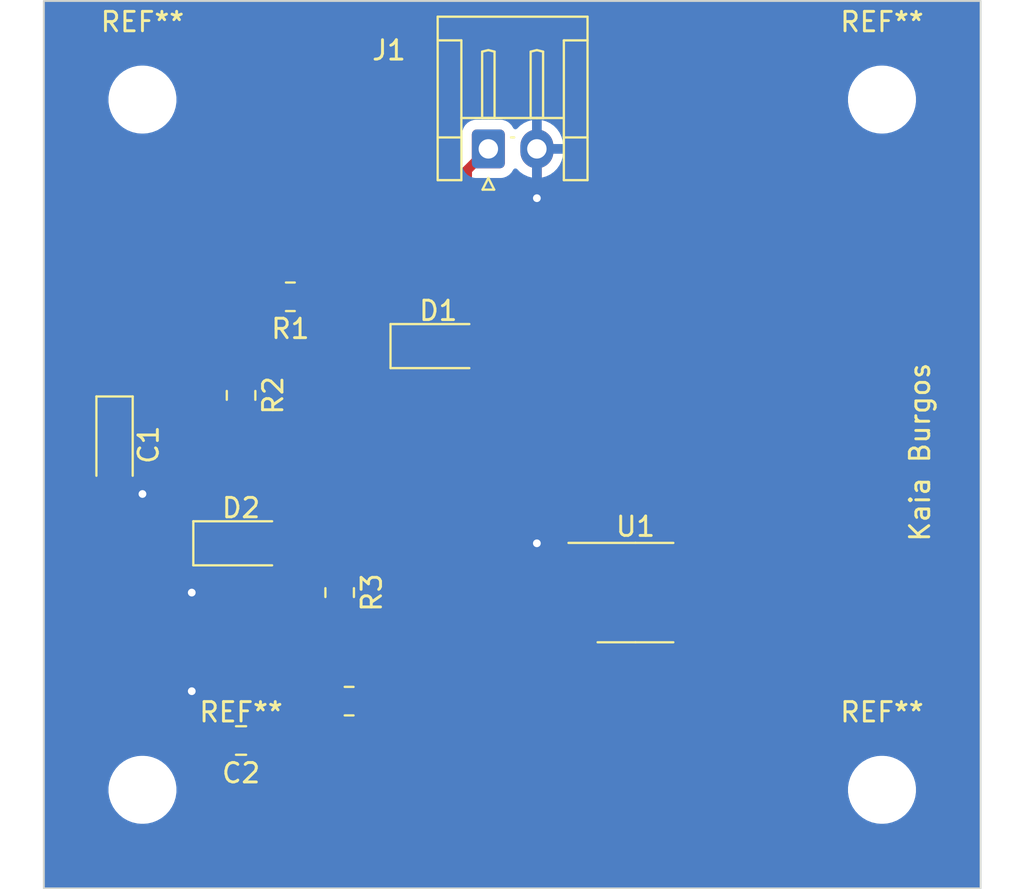
<source format=kicad_pcb>
(kicad_pcb (version 20221018) (generator pcbnew)
  (layers (0 "F.Cu" signal) (31 "B.Cu" signal) (34 "B.Paste" user) (35 "F.Paste" user) (36 "B.SilkS" user "B.Silkscreen") (37 "F.SilkS" user "F.Silkscreen") (38 "B.Mask" user) (39 "F.Mask" user) (44 "Edge.Cuts" user))
  (net 0 "")
  (net 1 "GND")
  (net 2 "/pin_2")
  (net 3 "/pin_3")
  (net 4 "+9V")
  (net 5 "Net-(U1-CV)")
  (net 6 "/pin_7")
  (net 7 "Net-(D1-K)")
  (net 8 "Net-(D2-A)")
  (footprint "Resistor_SMD:R_0805_2012Metric_Pad1.20x1.40mm_HandSolder" (layer "F.Cu") (at 86.8475 102.1125 180)
    (fp_text reference "R4" hide)
    (fp_text value "1k" hide)
    (fp_line (start -0.227064 -0.735) (end 0.227064 -0.735) (stroke (width 0.12)) (layer "F.SilkS"))
    (fp_line (start -0.227064 0.735) (end 0.227064 0.735) (stroke (width 0.12)) (layer "F.SilkS"))
    (pad "1" smd roundrect (at -1 0 180) (size 1.2 1.4) (layers "F.Cu" "F.Paste" "F.Mask") (roundrect_rratio 0.208333) (net 3 "/pin_3"))
    (pad "2" smd roundrect (at 1 0 180) (size 1.2 1.4) (layers "F.Cu" "F.Paste" "F.Mask") (roundrect_rratio 0.208333) (net 8 "Net-(D2-A)"))
  )
  (footprint "Capacitor_SMD:C_0805_2012Metric_Pad1.18x1.45mm_HandSolder" (layer "F.Cu") (at 81.28 104.14 180)
    (fp_text reference "C2" (at 0 -1.68) (layer "F.SilkS"))
    (fp_text value "0.01uF")
    (fp_line (start -0.261252 -0.735) (end 0.261252 -0.735) (stroke (width 0.12)) (layer "F.SilkS"))
    (fp_line (start -0.261252 0.735) (end 0.261252 0.735) (stroke (width 0.12)) (layer "F.SilkS"))
    (pad "1" smd roundrect (at -1.0375 0 180) (size 1.175 1.45) (layers "F.Cu" "F.Paste" "F.Mask") (roundrect_rratio 0.212766) (net 5 "Net-(U1-CV)"))
    (pad "2" smd roundrect (at 1.0375 0 180) (size 1.175 1.45) (layers "F.Cu" "F.Paste" "F.Mask") (roundrect_rratio 0.212766) (net 1 "GND"))
  )
  (footprint "MountingHole:MountingHole_3mm" (layer "F.Cu") (at 76.2 106.68)
    (fp_text reference "REF**" (at 5.08 -4) (layer "F.SilkS"))
    (fp_text value "MountingHole_3mm")
    (pad "" np_thru_hole circle (at 0 0) (size 3 3) (drill 3) (layers "F&B.Cu" "*.Mask"))
  )
  (footprint "Resistor_SMD:R_0805_2012Metric_Pad1.20x1.40mm_HandSolder" (layer "F.Cu") (at 81.28 86.36 -90)
    (fp_text reference "R2" (at 0 -1.65 90) (layer "F.SilkS"))
    (fp_text value "10k" hide)
    (fp_line (start -0.227064 -0.735) (end 0.227064 -0.735) (stroke (width 0.12)) (layer "F.SilkS"))
    (fp_line (start -0.227064 0.735) (end 0.227064 0.735) (stroke (width 0.12)) (layer "F.SilkS"))
    (pad "1" smd roundrect (at -1 0 270) (size 1.2 1.4) (layers "F.Cu" "F.Paste" "F.Mask") (roundrect_rratio 0.208333) (net 6 "/pin_7"))
    (pad "2" smd roundrect (at 1 0 270) (size 1.2 1.4) (layers "F.Cu" "F.Paste" "F.Mask") (roundrect_rratio 0.208333) (net 2 "/pin_2"))
  )
  (footprint "Resistor_SMD:R_0805_2012Metric_Pad1.20x1.40mm_HandSolder" (layer "F.Cu") (at 83.82 81.28 180)
    (fp_text reference "R1" (at 0 -1.65) (layer "F.SilkS"))
    (fp_text value "1k")
    (fp_line (start -0.227064 -0.735) (end 0.227064 -0.735) (stroke (width 0.12)) (layer "F.SilkS"))
    (fp_line (start -0.227064 0.735) (end 0.227064 0.735) (stroke (width 0.12)) (layer "F.SilkS"))
    (pad "1" smd roundrect (at -1 0 180) (size 1.2 1.4) (layers "F.Cu" "F.Paste" "F.Mask") (roundrect_rratio 0.208333) (net 4 "+9V"))
    (pad "2" smd roundrect (at 1 0 180) (size 1.2 1.4) (layers "F.Cu" "F.Paste" "F.Mask") (roundrect_rratio 0.208333) (net 6 "/pin_7"))
  )
  (footprint "MountingHole:MountingHole_3mm" (layer "F.Cu") (at 114.3 106.68)
    (fp_text reference "REF**" (at 0 -4) (layer "F.SilkS"))
    (fp_text value "MountingHole_3mm")
    (pad "" np_thru_hole circle (at 0 0) (size 3 3) (drill 3) (layers "F&B.Cu" "*.Mask"))
  )
  (footprint "LED_SMD:LED_1206_3216Metric_Pad1.42x1.75mm_HandSolder" (layer "F.Cu") (at 91.44 83.82)
    (fp_text reference "D1" (at 0 -1.82) (layer "F.SilkS"))
    (fp_text value "LED")
    (fp_line (start -2.46 -1.135) (end -2.46 1.135) (stroke (width 0.12)) (layer "F.SilkS"))
    (fp_line (start -2.46 1.135) (end 1.6 1.135) (stroke (width 0.12)) (layer "F.SilkS"))
    (fp_line (start 1.6 -1.135) (end -2.46 -1.135) (stroke (width 0.12)) (layer "F.SilkS"))
    (pad "1" smd roundrect (at -1.4875 0) (size 1.425 1.75) (layers "F.Cu" "F.Paste" "F.Mask") (roundrect_rratio 0.175439) (net 7 "Net-(D1-K)"))
    (pad "2" smd roundrect (at 1.4875 0) (size 1.425 1.75) (layers "F.Cu" "F.Paste" "F.Mask") (roundrect_rratio 0.175439) (net 4 "+9V"))
  )
  (footprint "MountingHole:MountingHole_3mm" (layer "F.Cu") (at 76.2 71.12)
    (fp_text reference "REF**" (at 0 -4) (layer "F.SilkS"))
    (fp_text value "MountingHole_3mm")
    (pad "" np_thru_hole circle (at 0 0) (size 3 3) (drill 3) (layers "*.Cu" "*.Mask"))
  )
  (footprint "LED_SMD:LED_1206_3216Metric_Pad1.42x1.75mm_HandSolder" (layer "F.Cu") (at 81.28 93.98)
    (fp_text reference "D2" (at 0 -1.82) (layer "F.SilkS"))
    (fp_text value "LED" hide)
    (fp_line (start -2.46 -1.135) (end -2.46 1.135) (stroke (width 0.12)) (layer "F.SilkS"))
    (fp_line (start -2.46 1.135) (end 1.6 1.135) (stroke (width 0.12)) (layer "F.SilkS"))
    (fp_line (start 1.6 -1.135) (end -2.46 -1.135) (stroke (width 0.12)) (layer "F.SilkS"))
    (pad "1" smd roundrect (at -1.4875 0) (size 1.425 1.75) (layers "F.Cu" "F.Paste" "F.Mask") (roundrect_rratio 0.175439) (net 1 "GND"))
    (pad "2" smd roundrect (at 1.4875 0) (size 1.425 1.75) (layers "F.Cu" "F.Paste" "F.Mask") (roundrect_rratio 0.175439) (net 8 "Net-(D2-A)"))
  )
  (footprint "Capacitor_Tantalum_SMD:CP_EIA-3216-18_Kemet-A_Pad1.58x1.35mm_HandSolder" (layer "F.Cu") (at 74.7625 88.9 -90)
    (fp_text reference "C1" (at 0 -1.75 90) (layer "F.SilkS"))
    (fp_text value "10uF")
    (fp_line (start -2.485 -0.935) (end -2.485 0.935) (stroke (width 0.12)) (layer "F.SilkS"))
    (fp_line (start -2.485 0.935) (end 1.6 0.935) (stroke (width 0.12)) (layer "F.SilkS"))
    (fp_line (start 1.6 -0.935) (end -2.485 -0.935) (stroke (width 0.12)) (layer "F.SilkS"))
    (pad "1" smd roundrect (at -1.4375 0 270) (size 1.575 1.35) (layers "F.Cu" "F.Paste" "F.Mask") (roundrect_rratio 0.185185) (net 2 "/pin_2"))
    (pad "2" smd roundrect (at 1.4375 0 270) (size 1.575 1.35) (layers "F.Cu" "F.Paste" "F.Mask") (roundrect_rratio 0.185185) (net 1 "GND"))
  )
  (footprint "Package_SO:SOIC-8_3.9x4.9mm_P1.27mm" (layer "F.Cu") (at 101.6 96.52)
    (fp_text reference "U1" (at 0 -3.4) (layer "F.SilkS"))
    (fp_text value "~" hide)
    (fp_line (start 0 -2.56) (end -3.45 -2.56) (stroke (width 0.12)) (layer "F.SilkS"))
    (fp_line (start 0 -2.56) (end 1.95 -2.56) (stroke (width 0.12)) (layer "F.SilkS"))
    (fp_line (start 0 2.56) (end -1.95 2.56) (stroke (width 0.12)) (layer "F.SilkS"))
    (fp_line (start 0 2.56) (end 1.95 2.56) (stroke (width 0.12)) (layer "F.SilkS"))
    (pad "1" smd roundrect (at -2.475 -1.905) (size 1.95 0.6) (layers "F.Cu" "F.Paste" "F.Mask") (net 1 "GND"))
    (pad "2" smd roundrect (at -2.475 -0.635) (size 1.95 0.6) (layers "F.Cu" "F.Paste" "F.Mask") (net 2 "/pin_2"))
    (pad "3" smd roundrect (at -2.475 0.635) (size 1.95 0.6) (layers "F.Cu" "F.Paste" "F.Mask") (net 3 "/pin_3"))
    (pad "4" smd roundrect (at -2.475 1.905) (size 1.95 0.6) (layers "F.Cu" "F.Paste" "F.Mask") (net 4 "+9V"))
    (pad "5" smd roundrect (at 2.475 1.905) (size 1.95 0.6) (layers "F.Cu" "F.Paste" "F.Mask") (net 5 "Net-(U1-CV)"))
    (pad "6" smd roundrect (at 2.475 0.635) (size 1.95 0.6) (layers "F.Cu" "F.Paste" "F.Mask") (net 2 "/pin_2"))
    (pad "7" smd roundrect (at 2.475 -0.635) (size 1.95 0.6) (layers "F.Cu" "F.Paste" "F.Mask") (net 6 "/pin_7"))
    (pad "8" smd roundrect (at 2.475 -1.905) (size 1.95 0.6) (layers "F.Cu" "F.Paste" "F.Mask") (net 4 "+9V"))
  )
  (footprint "MountingHole:MountingHole_3mm" (layer "F.Cu") (at 114.3 71.12)
    (fp_text reference "REF**" (at 0 -4) (layer "F.SilkS"))
    (fp_text value "MountingHole_3mm")
    (pad "" np_thru_hole circle (at 0 0) (size 3 3) (drill 3) (layers "F&B.Cu" "*.Mask"))
  )
  (footprint "Resistor_SMD:R_0805_2012Metric_Pad1.20x1.40mm_HandSolder" (layer "F.Cu") (at 86.36 96.52 -90)
    (fp_text reference "R3" (at 0 -1.65 90) (layer "F.SilkS"))
    (fp_text value "1k")
    (fp_line (start -0.227064 -0.735) (end 0.227064 -0.735) (stroke (width 0.12)) (layer "F.SilkS"))
    (fp_line (start -0.227064 0.735) (end 0.227064 0.735) (stroke (width 0.12)) (layer "F.SilkS"))
    (pad "1" smd roundrect (at -1 0 270) (size 1.2 1.4) (layers "F.Cu" "F.Paste" "F.Mask") (roundrect_rratio 0.208333) (net 7 "Net-(D1-K)"))
    (pad "2" smd roundrect (at 1 0 270) (size 1.2 1.4) (layers "F.Cu" "F.Paste" "F.Mask") (roundrect_rratio 0.208333) (net 3 "/pin_3"))
  )
  (footprint "Connector_JST:JST_EH_S2B-EH_1x02_P2.50mm_Horizontal" (layer "F.Cu") (at 94.02 73.66)
    (fp_text reference "J1" (at -5.12 -5.08) (layer "F.SilkS"))
    (fp_text value "~")
    (fp_line (start -2.61 -6.81) (end 5.11 -6.81) (stroke (width 0.12)) (layer "F.SilkS"))
    (fp_line (start -2.61 -5.59) (end -1.39 -5.59) (stroke (width 0.12)) (layer "F.SilkS"))
    (fp_line (start -2.61 1.61) (end -2.61 -6.81) (stroke (width 0.12)) (layer "F.SilkS"))
    (fp_line (start -1.39 -5.59) (end -1.39 -0.59) (stroke (width 0.12)) (layer "F.SilkS"))
    (fp_line (start -1.39 -1.59) (end 3.89 -1.59) (stroke (width 0.12)) (layer "F.SilkS"))
    (fp_line (start -1.39 -0.59) (end -2.61 -0.59) (stroke (width 0.12)) (layer "F.SilkS"))
    (fp_line (start -1.39 -0.59) (end -1.39 1.61) (stroke (width 0.12)) (layer "F.SilkS"))
    (fp_line (start -1.39 1.61) (end -2.61 1.61) (stroke (width 0.12)) (layer "F.SilkS"))
    (fp_line (start -0.32 -5.01) (end 0 -5.09) (stroke (width 0.12)) (layer "F.SilkS"))
    (fp_line (start -0.32 -1.59) (end -0.32 -5.01) (stroke (width 0.12)) (layer "F.SilkS"))
    (fp_line (start -0.3 2.1) (end 0.3 2.1) (stroke (width 0.12)) (layer "F.SilkS"))
    (fp_line (start 0 -5.09) (end 0.32 -5.01) (stroke (width 0.12)) (layer "F.SilkS"))
    (fp_line (start 0 -1.59) (end -0.32 -1.59) (stroke (width 0.12)) (layer "F.SilkS"))
    (fp_line (start 0 1.5) (end -0.3 2.1) (stroke (width 0.12)) (layer "F.SilkS"))
    (fp_line (start 0.3 2.1) (end 0 1.5) (stroke (width 0.12)) (layer "F.SilkS"))
    (fp_line (start 0.32 -5.01) (end 0.32 -1.59) (stroke (width 0.12)) (layer "F.SilkS"))
    (fp_line (start 0.32 -1.59) (end 0 -1.59) (stroke (width 0.12)) (layer "F.SilkS"))
    (fp_line (start 1.17 -0.59) (end 1.33 -0.59) (stroke (width 0.12)) (layer "F.SilkS"))
    (fp_line (start 2.18 -5.01) (end 2.5 -5.09) (stroke (width 0.12)) (layer "F.SilkS"))
    (fp_line (start 2.18 -1.59) (end 2.18 -5.01) (stroke (width 0.12)) (layer "F.SilkS"))
    (fp_line (start 2.5 -5.09) (end 2.82 -5.01) (stroke (width 0.12)) (layer "F.SilkS"))
    (fp_line (start 2.5 -1.59) (end 2.18 -1.59) (stroke (width 0.12)) (layer "F.SilkS"))
    (fp_line (start 2.82 -5.01) (end 2.82 -1.59) (stroke (width 0.12)) (layer "F.SilkS"))
    (fp_line (start 2.82 -1.59) (end 2.5 -1.59) (stroke (width 0.12)) (layer "F.SilkS"))
    (fp_line (start 3.89 -5.59) (end 3.89 -0.59) (stroke (width 0.12)) (layer "F.SilkS"))
    (fp_line (start 3.89 -0.59) (end 5.11 -0.59) (stroke (width 0.12)) (layer "F.SilkS"))
    (fp_line (start 3.89 1.61) (end 3.89 -0.59) (stroke (width 0.12)) (layer "F.SilkS"))
    (fp_line (start 5.11 -6.81) (end 5.11 1.61) (stroke (width 0.12)) (layer "F.SilkS"))
    (fp_line (start 5.11 -5.59) (end 3.89 -5.59) (stroke (width 0.12)) (layer "F.SilkS"))
    (fp_line (start 5.11 1.61) (end 3.89 1.61) (stroke (width 0.12)) (layer "F.SilkS"))
    (pad "1" thru_hole roundrect (at 0 0) (size 1.7 2) (drill 1) (layers "*.Cu" "*.Mask") (roundrect_rratio 0.147059) (net 4 "+9V"))
    (pad "2" thru_hole oval (at 2.5 0) (size 1.7 2) (drill 1) (layers "*.Cu" "*.Mask") (net 1 "GND"))
  )
  (gr_rect (start 71.12 66.04) (end 119.38 111.76) (stroke (width 0.1)) (fill none) (layer "Edge.Cuts"))
  (gr_text "Kaia Burgos" (at 116.84 93.98 90) (layer "F.SilkS") (effects (font (size 1 1)) (justify left bottom)))
  (segment (start 97.155 94.615) (end 96.52 93.98) (width 0.5) (layer "F.Cu") (net 1))
  (segment (start 79.7925 95.4675) (end 78.74 96.52) (width 0.5) (layer "F.Cu") (net 1))
  (segment (start 75.0975 90.3375) (end 76.2 91.44) (width 0.5) (layer "F.Cu") (net 1))
  (segment (start 74.7625 90.3375) (end 75.0975 90.3375) (width 0.25) (layer "F.Cu") (net 1))
  (segment (start 96.52 73.66) (end 96.52 76.2) (width 0.5) (layer "F.Cu") (net 1))
  (segment (start 80.2425 104.14) (end 80.2425 103.1025) (width 0.5) (layer "F.Cu") (net 1))
  (segment (start 79.7925 93.98) (end 79.7925 95.4675) (width 0.5) (layer "F.Cu") (net 1))
  (segment (start 79.7925 93.98) (end 79.3425 94.43) (width 0.25) (layer "F.Cu") (net 1))
  (segment (start 99.888248 94.615) (end 99.125 94.615) (width 0.25) (layer "F.Cu") (net 1))
  (segment (start 80.2425 103.1025) (end 78.74 101.6) (width 0.5) (layer "F.Cu") (net 1))
  (segment (start 99.125 94.615) (end 97.155 94.615) (width 0.5) (layer "F.Cu") (net 1))
  (segment (start 79.7925 103.69) (end 80.2425 104.14) (width 0.25) (layer "F.Cu") (net 1))
  (via (at 76.2 91.44) (size 0.8) (drill 0.4) (layers "F.Cu" "B.Cu") (net 1))
  (via (at 78.74 101.6) (size 0.8) (drill 0.4) (layers "F.Cu" "B.Cu") (net 1))
  (via (at 96.52 76.2) (size 0.8) (drill 0.4) (layers "F.Cu" "B.Cu") (net 1))
  (via (at 78.74 96.52) (size 0.8) (drill 0.4) (layers "F.Cu" "B.Cu") (net 1))
  (via (at 96.52 93.98) (size 0.8) (drill 0.4) (layers "F.Cu" "B.Cu") (net 1))
  (segment (start 101.83 95.885) (end 99.125 95.885) (width 0.25) (layer "F.Cu") (net 2))
  (segment (start 83.745 80.591826) (end 83.408174 80.255) (width 0.25) (layer "F.Cu") (net 2))
  (segment (start 91.44 84.233172) (end 91.44 83.406828) (width 0.25) (layer "F.Cu") (net 2))
  (segment (start 103.1 97.155) (end 101.83 95.885) (width 0.25) (layer "F.Cu") (net 2))
  (segment (start 83.745 81.818174) (end 83.745 80.591826) (width 0.25) (layer "F.Cu") (net 2))
  (segment (start 81.97 80.255) (end 74.7625 87.4625) (width 0.25) (layer "F.Cu") (net 2))
  (segment (start 81.28 87.36) (end 88.313172 87.36) (width 0.25) (layer "F.Cu") (net 2))
  (segment (start 90.653172 82.62) (end 84.546826 82.62) (width 0.25) (layer "F.Cu") (net 2))
  (segment (start 91.44 83.406828) (end 90.653172 82.62) (width 0.25) (layer "F.Cu") (net 2))
  (segment (start 81.1775 87.4625) (end 81.28 87.36) (width 0.25) (layer "F.Cu") (net 2))
  (segment (start 83.408174 80.255) (end 81.97 80.255) (width 0.25) (layer "F.Cu") (net 2))
  (segment (start 88.313172 87.36) (end 91.44 84.233172) (width 0.25) (layer "F.Cu") (net 2))
  (segment (start 84.546826 82.62) (end 83.745 81.818174) (width 0.25) (layer "F.Cu") (net 2))
  (segment (start 99.125 95.885) (end 89.805 95.885) (width 0.25) (layer "F.Cu") (net 2))
  (segment (start 104.075 97.155) (end 103.1 97.155) (width 0.25) (layer "F.Cu") (net 2))
  (segment (start 89.805 95.885) (end 81.28 87.36) (width 0.25) (layer "F.Cu") (net 2))
  (segment (start 92.805 97.155) (end 99.125 97.155) (width 0.25) (layer "F.Cu") (net 3))
  (segment (start 99.125 97.155) (end 100.138148 97.155) (width 0.25) (layer "F.Cu") (net 3))
  (segment (start 86.36 97.52) (end 86.36 100.625) (width 0.25) (layer "F.Cu") (net 3))
  (segment (start 86.36 100.625) (end 87.8475 102.1125) (width 0.25) (layer "F.Cu") (net 3))
  (segment (start 87.8475 102.1125) (end 92.805 97.155) (width 0.25) (layer "F.Cu") (net 3))
  (segment (start 86.61625 97.77625) (end 86.36 97.52) (width 0.25) (layer "F.Cu") (net 3))
  (segment (start 77.654326 79.825674) (end 80.194326 79.825674) (width 0.5) (layer "F.Cu") (net 4))
  (segment (start 86.36 78.74) (end 86.36 79.74) (width 0.5) (layer "F.Cu") (net 4))
  (segment (start 73.66 83.82) (end 77.654326 79.825674) (width 0.5) (layer "F.Cu") (net 4))
  (segment (start 92.9275 83.82) (end 90.3875 81.28) (width 0.5) (layer "F.Cu") (net 4))
  (segment (start 81.28 104.728174) (end 81.28 94.616396) (width 0.5) (layer "F.Cu") (net 4))
  (segment (start 90.3875 81.28) (end 84.82 81.28) (width 0.5) (layer "F.Cu") (net 4))
  (segment (start 99.76 99.06) (end 105.086752 99.06) (width 0.5) (layer "F.Cu") (net 4))
  (segment (start 86.36 79.74) (end 84.82 81.28) (width 0.5) (layer "F.Cu") (net 4))
  (segment (start 106.68 94.616396) (end 106.503604 94.44) (width 0.5) (layer "F.Cu") (net 4))
  (segment (start 92.9275 74.7525) (end 94.02 73.66) (width 0.5) (layer "F.Cu") (net 4))
  (segment (start 106.68 97.466752) (end 106.68 94.616396) (width 0.5) (layer "F.Cu") (net 4))
  (segment (start 81.28 94.616396) (end 81.73 94.166396) (width 0.5) (layer "F.Cu") (net 4))
  (segment (start 78.74 91.44) (end 78.74 90.803604) (width 0.5) (layer "F.Cu") (net 4))
  (segment (start 105.086752 99.06) (end 106.68 97.466752) (width 0.5) (layer "F.Cu") (net 4))
  (segment (start 78.74 90.803604) (end 76.836396 88.9) (width 0.5) (layer "F.Cu") (net 4))
  (segment (start 76.836396 88.9) (end 73.66 88.9) (width 0.5) (layer "F.Cu") (net 4))
  (segment (start 81.741826 105.19) (end 81.28 104.728174) (width 0.5) (layer "F.Cu") (net 4))
  (segment (start 106.045 94.615) (end 104.075 94.615) (width 0.5) (layer "F.Cu") (net 4))
  (segment (start 92.9275 83.82) (end 92.9275 74.7525) (width 0.5) (layer "F.Cu") (net 4))
  (segment (start 106.503604 94.44) (end 106.22 94.44) (width 0.5) (layer "F.Cu") (net 4))
  (segment (start 79.376396 91.44) (end 78.74 91.44) (width 0.5) (layer "F.Cu") (net 4))
  (segment (start 73.66 88.9) (end 73.66 83.82) (width 0.5) (layer "F.Cu") (net 4))
  (segment (start 106.22 94.44) (end 106.045 94.615) (width 0.25) (layer "F.Cu") (net 4))
  (segment (start 80.194326 79.825674) (end 81.28 78.74) (width 0.5) (layer "F.Cu") (net 4))
  (segment (start 92.36 105.19) (end 81.741826 105.19) (width 0.5) (layer "F.Cu") (net 4))
  (segment (start 81.28 78.74) (end 86.36 78.74) (width 0.5) (layer "F.Cu") (net 4))
  (segment (start 81.73 94.166396) (end 81.73 93.793604) (width 0.5) (layer "F.Cu") (net 4))
  (segment (start 81.73 93.793604) (end 79.376396 91.44) (width 0.5) (layer "F.Cu") (net 4))
  (segment (start 99.125 98.425) (end 99.76 99.06) (width 0.5) (layer "F.Cu") (net 4))
  (segment (start 99.125 98.425) (end 92.36 105.19) (width 0.5) (layer "F.Cu") (net 4))
  (segment (start 101.785 98.425) (end 101.6 98.61) (width 0.25) (layer "F.Cu") (net 5))
  (segment (start 87.433174 104.14) (end 82.3175 104.14) (width 0.25) (layer "F.Cu") (net 5))
  (segment (start 88.948198 102.624976) (end 87.433174 104.14) (width 0.25) (layer "F.Cu") (net 5))
  (segment (start 92.796396 97.8) (end 88.948198 101.648198) (width 0.25) (layer "F.Cu") (net 5))
  (segment (start 101.6 98.61) (end 100.79 97.8) (width 0.25) (layer "F.Cu") (net 5))
  (segment (start 88.948198 101.648198) (end 88.948198 102.624976) (width 0.25) (layer "F.Cu") (net 5))
  (segment (start 104.075 98.425) (end 101.785 98.425) (width 0.25) (layer "F.Cu") (net 5))
  (segment (start 100.79 97.8) (end 92.796396 97.8) (width 0.25) (layer "F.Cu") (net 5))
  (segment (start 105.565178 96.400178) (end 105.565178 97.945178) (width 0.25) (layer "F.Cu") (net 6))
  (segment (start 79.805 86.58543) (end 81.03043 85.36) (width 0.25) (layer "F.Cu") (net 6))
  (segment (start 79.805 88.13457) (end 79.805 86.58543) (width 0.25) (layer "F.Cu") (net 6))
  (segment (start 81.28 85.36) (end 81.71 84.93) (width 0.25) (layer "F.Cu") (net 6))
  (segment (start 85.746826 96.52) (end 83.82 94.593174) (width 0.25) (layer "F.Cu") (net 6))
  (segment (start 105.05 95.885) (end 105.565178 96.400178) (width 0.25) (layer "F.Cu") (net 6))
  (segment (start 81.28 85.36) (end 81.28 82.82) (width 0.25) (layer "F.Cu") (net 6))
  (segment (start 105.565178 97.945178) (end 105.42 97.8) (width 0.25) (layer "F.Cu") (net 6))
  (segment (start 103.1 95.885) (end 104.075 95.885) (width 0.25) (layer "F.Cu") (net 6))
  (segment (start 100.146396 96.52) (end 85.746826 96.52) (width 0.25) (layer "F.Cu") (net 6))
  (segment (start 83.82 94.593174) (end 83.82 92.14957) (width 0.25) (layer "F.Cu") (net 6))
  (segment (start 81.03043 85.36) (end 81.28 85.36) (width 0.25) (layer "F.Cu") (net 6))
  (segment (start 83.82 92.14957) (end 79.805 88.13457) (width 0.25) (layer "F.Cu") (net 6))
  (segment (start 81.28 82.82) (end 82.82 81.28) (width 0.25) (layer "F.Cu") (net 6))
  (segment (start 104.075 95.885) (end 105.05 95.885) (width 0.25) (layer "F.Cu") (net 6))
  (segment (start 105.42 97.8) (end 101.426396 97.8) (width 0.25) (layer "F.Cu") (net 6))
  (segment (start 101.426396 97.8) (end 100.146396 96.52) (width 0.25) (layer "F.Cu") (net 6))
  (segment (start 80.591826 88.285) (end 80.255 87.948174) (width 0.25) (layer "F.Cu") (net 7))
  (segment (start 86.36 95.52) (end 85.59 94.75) (width 0.25) (layer "F.Cu") (net 7))
  (segment (start 80.666826 86.36) (end 87.4125 86.36) (width 0.25) (layer "F.Cu") (net 7))
  (segment (start 81.165 88.285) (end 80.591826 88.285) (width 0.25) (layer "F.Cu") (net 7))
  (segment (start 85.59 92.71) (end 81.165 88.285) (width 0.25) (layer "F.Cu") (net 7))
  (segment (start 87.4125 86.36) (end 89.9525 83.82) (width 0.25) (layer "F.Cu") (net 7))
  (segment (start 80.255 86.771826) (end 80.666826 86.36) (width 0.25) (layer "F.Cu") (net 7))
  (segment (start 80.255 87.948174) (end 80.255 86.771826) (width 0.25) (layer "F.Cu") (net 7))
  (segment (start 85.59 94.75) (end 85.59 92.71) (width 0.25) (layer "F.Cu") (net 7))
  (segment (start 82.7675 93.98) (end 82.7675 99.0325) (width 0.25) (layer "F.Cu") (net 8))
  (segment (start 86.36 101.6) (end 85.8475 102.1125) (width 0.25) (layer "F.Cu") (net 8))
  (segment (start 82.7675 99.0325) (end 85.8475 102.1125) (width 0.25) (layer "F.Cu") (net 8))
  (zone (net 1) (net_name "GND") (layer "B.Cu") (connect_pads (clearance 0.5)) (min_thickness 0.25) (fill yes (thermal_gap 0.5) (thermal_bridge_width 0.5))
    (polygon (pts (xy 71.12 66.04) (xy 119.38 66.04) (xy 119.38 111.76) (xy 71.12 111.76)))
  )
)
</source>
